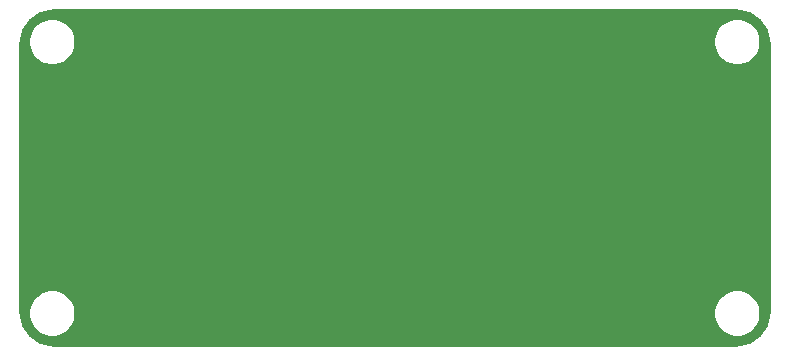
<source format=gbr>
%TF.GenerationSoftware,KiCad,Pcbnew,(5.1.9-0-10_14)*%
%TF.CreationDate,2021-02-01T04:26:24+03:00*%
%TF.ProjectId,Terraforms,54657272-6166-46f7-926d-732e6b696361,rev?*%
%TF.SameCoordinates,Original*%
%TF.FileFunction,Copper,L2,Bot*%
%TF.FilePolarity,Positive*%
%FSLAX46Y46*%
G04 Gerber Fmt 4.6, Leading zero omitted, Abs format (unit mm)*
G04 Created by KiCad (PCBNEW (5.1.9-0-10_14)) date 2021-02-01 04:26:24*
%MOMM*%
%LPD*%
G01*
G04 APERTURE LIST*
%TA.AperFunction,NonConductor*%
%ADD10C,0.254000*%
%TD*%
%TA.AperFunction,NonConductor*%
%ADD11C,0.100000*%
%TD*%
G04 APERTURE END LIST*
D10*
X184173619Y-77788341D02*
X185046434Y-78375853D01*
X185633946Y-79248668D01*
X185865201Y-80399779D01*
X185865202Y-103063086D01*
X185633946Y-104214202D01*
X185046434Y-105087017D01*
X184173619Y-105674529D01*
X183022507Y-105905785D01*
X125313135Y-105905785D01*
X124162024Y-105674530D01*
X123289209Y-105087018D01*
X122701697Y-104214203D01*
X122470441Y-103063090D01*
X122470441Y-103012032D01*
X123120000Y-103012032D01*
X123120000Y-103407968D01*
X123197243Y-103796296D01*
X123348761Y-104162092D01*
X123568731Y-104491301D01*
X123848699Y-104771269D01*
X124177908Y-104991239D01*
X124543704Y-105142757D01*
X124932032Y-105220000D01*
X125327968Y-105220000D01*
X125716296Y-105142757D01*
X126082092Y-104991239D01*
X126411301Y-104771269D01*
X126691269Y-104491301D01*
X126911239Y-104162092D01*
X127062757Y-103796296D01*
X127140000Y-103407968D01*
X127140000Y-103012032D01*
X181120000Y-103012032D01*
X181120000Y-103407968D01*
X181197243Y-103796296D01*
X181348761Y-104162092D01*
X181568731Y-104491301D01*
X181848699Y-104771269D01*
X182177908Y-104991239D01*
X182543704Y-105142757D01*
X182932032Y-105220000D01*
X183327968Y-105220000D01*
X183716296Y-105142757D01*
X184082092Y-104991239D01*
X184411301Y-104771269D01*
X184691269Y-104491301D01*
X184911239Y-104162092D01*
X185062757Y-103796296D01*
X185140000Y-103407968D01*
X185140000Y-103012032D01*
X185062757Y-102623704D01*
X184911239Y-102257908D01*
X184691269Y-101928699D01*
X184411301Y-101648731D01*
X184082092Y-101428761D01*
X183716296Y-101277243D01*
X183327968Y-101200000D01*
X182932032Y-101200000D01*
X182543704Y-101277243D01*
X182177908Y-101428761D01*
X181848699Y-101648731D01*
X181568731Y-101928699D01*
X181348761Y-102257908D01*
X181197243Y-102623704D01*
X181120000Y-103012032D01*
X127140000Y-103012032D01*
X127062757Y-102623704D01*
X126911239Y-102257908D01*
X126691269Y-101928699D01*
X126411301Y-101648731D01*
X126082092Y-101428761D01*
X125716296Y-101277243D01*
X125327968Y-101200000D01*
X124932032Y-101200000D01*
X124543704Y-101277243D01*
X124177908Y-101428761D01*
X123848699Y-101648731D01*
X123568731Y-101928699D01*
X123348761Y-102257908D01*
X123197243Y-102623704D01*
X123120000Y-103012032D01*
X122470441Y-103012032D01*
X122470436Y-80399784D01*
X122548334Y-80012032D01*
X123120000Y-80012032D01*
X123120000Y-80407968D01*
X123197243Y-80796296D01*
X123348761Y-81162092D01*
X123568731Y-81491301D01*
X123848699Y-81771269D01*
X124177908Y-81991239D01*
X124543704Y-82142757D01*
X124932032Y-82220000D01*
X125327968Y-82220000D01*
X125716296Y-82142757D01*
X126082092Y-81991239D01*
X126411301Y-81771269D01*
X126691269Y-81491301D01*
X126911239Y-81162092D01*
X127062757Y-80796296D01*
X127140000Y-80407968D01*
X127140000Y-80012032D01*
X181120000Y-80012032D01*
X181120000Y-80407968D01*
X181197243Y-80796296D01*
X181348761Y-81162092D01*
X181568731Y-81491301D01*
X181848699Y-81771269D01*
X182177908Y-81991239D01*
X182543704Y-82142757D01*
X182932032Y-82220000D01*
X183327968Y-82220000D01*
X183716296Y-82142757D01*
X184082092Y-81991239D01*
X184411301Y-81771269D01*
X184691269Y-81491301D01*
X184911239Y-81162092D01*
X185062757Y-80796296D01*
X185140000Y-80407968D01*
X185140000Y-80012032D01*
X185062757Y-79623704D01*
X184911239Y-79257908D01*
X184691269Y-78928699D01*
X184411301Y-78648731D01*
X184082092Y-78428761D01*
X183716296Y-78277243D01*
X183327968Y-78200000D01*
X182932032Y-78200000D01*
X182543704Y-78277243D01*
X182177908Y-78428761D01*
X181848699Y-78648731D01*
X181568731Y-78928699D01*
X181348761Y-79257908D01*
X181197243Y-79623704D01*
X181120000Y-80012032D01*
X127140000Y-80012032D01*
X127062757Y-79623704D01*
X126911239Y-79257908D01*
X126691269Y-78928699D01*
X126411301Y-78648731D01*
X126082092Y-78428761D01*
X125716296Y-78277243D01*
X125327968Y-78200000D01*
X124932032Y-78200000D01*
X124543704Y-78277243D01*
X124177908Y-78428761D01*
X123848699Y-78648731D01*
X123568731Y-78928699D01*
X123348761Y-79257908D01*
X123197243Y-79623704D01*
X123120000Y-80012032D01*
X122548334Y-80012032D01*
X122701693Y-79248667D01*
X123289205Y-78375852D01*
X124162020Y-77788340D01*
X125313131Y-77557085D01*
X183022507Y-77557085D01*
X184173619Y-77788341D01*
%TA.AperFunction,NonConductor*%
D11*
G36*
X184173619Y-77788341D02*
G01*
X185046434Y-78375853D01*
X185633946Y-79248668D01*
X185865201Y-80399779D01*
X185865202Y-103063086D01*
X185633946Y-104214202D01*
X185046434Y-105087017D01*
X184173619Y-105674529D01*
X183022507Y-105905785D01*
X125313135Y-105905785D01*
X124162024Y-105674530D01*
X123289209Y-105087018D01*
X122701697Y-104214203D01*
X122470441Y-103063090D01*
X122470441Y-103012032D01*
X123120000Y-103012032D01*
X123120000Y-103407968D01*
X123197243Y-103796296D01*
X123348761Y-104162092D01*
X123568731Y-104491301D01*
X123848699Y-104771269D01*
X124177908Y-104991239D01*
X124543704Y-105142757D01*
X124932032Y-105220000D01*
X125327968Y-105220000D01*
X125716296Y-105142757D01*
X126082092Y-104991239D01*
X126411301Y-104771269D01*
X126691269Y-104491301D01*
X126911239Y-104162092D01*
X127062757Y-103796296D01*
X127140000Y-103407968D01*
X127140000Y-103012032D01*
X181120000Y-103012032D01*
X181120000Y-103407968D01*
X181197243Y-103796296D01*
X181348761Y-104162092D01*
X181568731Y-104491301D01*
X181848699Y-104771269D01*
X182177908Y-104991239D01*
X182543704Y-105142757D01*
X182932032Y-105220000D01*
X183327968Y-105220000D01*
X183716296Y-105142757D01*
X184082092Y-104991239D01*
X184411301Y-104771269D01*
X184691269Y-104491301D01*
X184911239Y-104162092D01*
X185062757Y-103796296D01*
X185140000Y-103407968D01*
X185140000Y-103012032D01*
X185062757Y-102623704D01*
X184911239Y-102257908D01*
X184691269Y-101928699D01*
X184411301Y-101648731D01*
X184082092Y-101428761D01*
X183716296Y-101277243D01*
X183327968Y-101200000D01*
X182932032Y-101200000D01*
X182543704Y-101277243D01*
X182177908Y-101428761D01*
X181848699Y-101648731D01*
X181568731Y-101928699D01*
X181348761Y-102257908D01*
X181197243Y-102623704D01*
X181120000Y-103012032D01*
X127140000Y-103012032D01*
X127062757Y-102623704D01*
X126911239Y-102257908D01*
X126691269Y-101928699D01*
X126411301Y-101648731D01*
X126082092Y-101428761D01*
X125716296Y-101277243D01*
X125327968Y-101200000D01*
X124932032Y-101200000D01*
X124543704Y-101277243D01*
X124177908Y-101428761D01*
X123848699Y-101648731D01*
X123568731Y-101928699D01*
X123348761Y-102257908D01*
X123197243Y-102623704D01*
X123120000Y-103012032D01*
X122470441Y-103012032D01*
X122470436Y-80399784D01*
X122548334Y-80012032D01*
X123120000Y-80012032D01*
X123120000Y-80407968D01*
X123197243Y-80796296D01*
X123348761Y-81162092D01*
X123568731Y-81491301D01*
X123848699Y-81771269D01*
X124177908Y-81991239D01*
X124543704Y-82142757D01*
X124932032Y-82220000D01*
X125327968Y-82220000D01*
X125716296Y-82142757D01*
X126082092Y-81991239D01*
X126411301Y-81771269D01*
X126691269Y-81491301D01*
X126911239Y-81162092D01*
X127062757Y-80796296D01*
X127140000Y-80407968D01*
X127140000Y-80012032D01*
X181120000Y-80012032D01*
X181120000Y-80407968D01*
X181197243Y-80796296D01*
X181348761Y-81162092D01*
X181568731Y-81491301D01*
X181848699Y-81771269D01*
X182177908Y-81991239D01*
X182543704Y-82142757D01*
X182932032Y-82220000D01*
X183327968Y-82220000D01*
X183716296Y-82142757D01*
X184082092Y-81991239D01*
X184411301Y-81771269D01*
X184691269Y-81491301D01*
X184911239Y-81162092D01*
X185062757Y-80796296D01*
X185140000Y-80407968D01*
X185140000Y-80012032D01*
X185062757Y-79623704D01*
X184911239Y-79257908D01*
X184691269Y-78928699D01*
X184411301Y-78648731D01*
X184082092Y-78428761D01*
X183716296Y-78277243D01*
X183327968Y-78200000D01*
X182932032Y-78200000D01*
X182543704Y-78277243D01*
X182177908Y-78428761D01*
X181848699Y-78648731D01*
X181568731Y-78928699D01*
X181348761Y-79257908D01*
X181197243Y-79623704D01*
X181120000Y-80012032D01*
X127140000Y-80012032D01*
X127062757Y-79623704D01*
X126911239Y-79257908D01*
X126691269Y-78928699D01*
X126411301Y-78648731D01*
X126082092Y-78428761D01*
X125716296Y-78277243D01*
X125327968Y-78200000D01*
X124932032Y-78200000D01*
X124543704Y-78277243D01*
X124177908Y-78428761D01*
X123848699Y-78648731D01*
X123568731Y-78928699D01*
X123348761Y-79257908D01*
X123197243Y-79623704D01*
X123120000Y-80012032D01*
X122548334Y-80012032D01*
X122701693Y-79248667D01*
X123289205Y-78375852D01*
X124162020Y-77788340D01*
X125313131Y-77557085D01*
X183022507Y-77557085D01*
X184173619Y-77788341D01*
G37*
%TD.AperFunction*%
M02*

</source>
